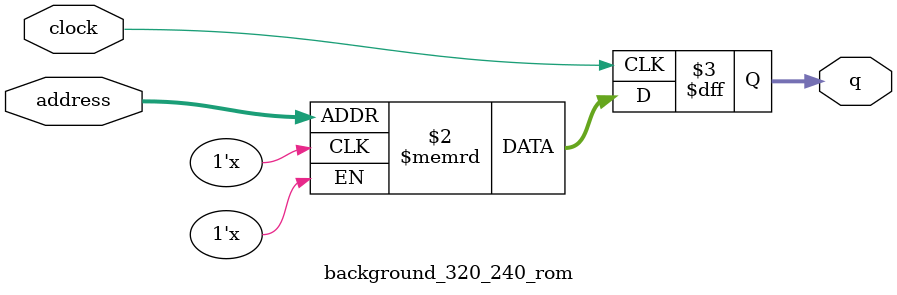
<source format=sv>
module background_320_240_rom (
	input logic clock,
	input logic [16:0] address,
	output logic [3:0] q
);

logic [3:0] memory [0:76799] /* synthesis ram_init_file = "./background_320_240/background_320_240.mif" */;

always_ff @ (posedge clock) begin
	q <= memory[address];
end

endmodule

</source>
